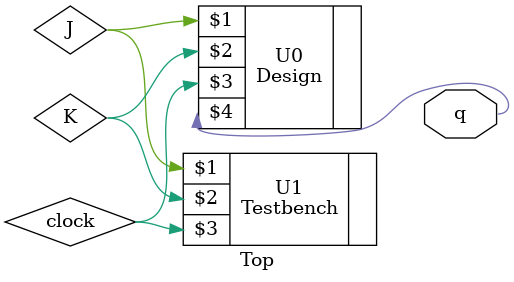
<source format=v>
`timescale 1ns / 1ps


module Top(
output q
    );
    wire J,K,clock;
   
   
   
    Design U0(
      J,
      K,
      clock,
      q
      );
    
    Testbench U1(    
    J,   
    K,
    clock
    );
    
  
    
endmodule

</source>
